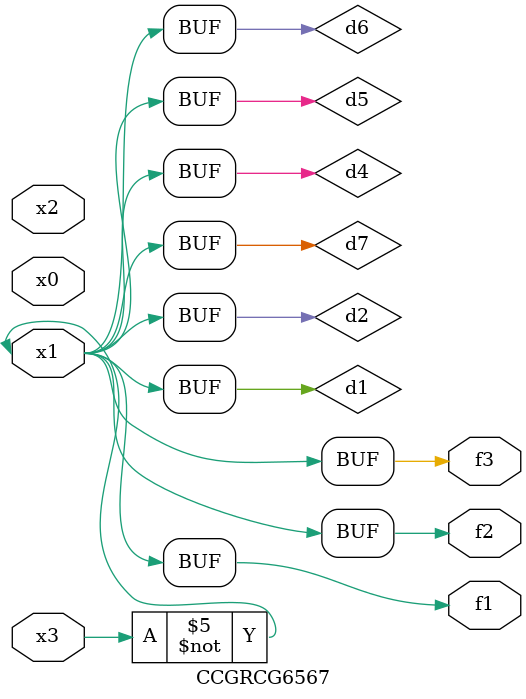
<source format=v>
module CCGRCG6567(
	input x0, x1, x2, x3,
	output f1, f2, f3
);

	wire d1, d2, d3, d4, d5, d6, d7;

	not (d1, x3);
	buf (d2, x1);
	xnor (d3, d1, d2);
	nor (d4, d1);
	buf (d5, d1, d2);
	buf (d6, d4, d5);
	nand (d7, d4);
	assign f1 = d6;
	assign f2 = d7;
	assign f3 = d6;
endmodule

</source>
